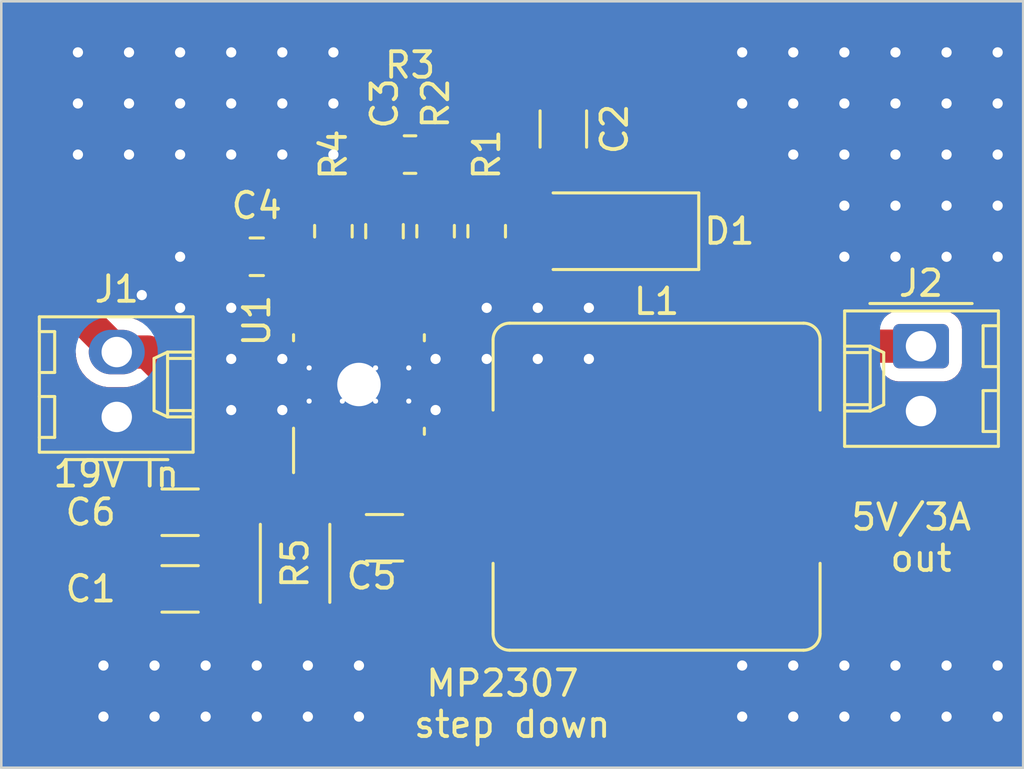
<source format=kicad_pcb>
(kicad_pcb (version 20221018) (generator pcbnew)
  (layers (0 "F.Cu" signal) (31 "B.Cu" signal) (34 "B.Paste" user) (35 "F.Paste" user) (36 "B.SilkS" user "B.Silkscreen") (37 "F.SilkS" user "F.Silkscreen") (38 "B.Mask" user) (39 "F.Mask" user) (44 "Edge.Cuts" user))
  (net 0 "")
  (net 1 "Net-(J1-Pin_2)")
  (net 2 "GND")
  (net 3 "Net-(D1-A)")
  (net 4 "Net-(C3-Pad2)")
  (net 5 "Net-(U1-COMP)")
  (net 6 "Net-(U1-SS)")
  (net 7 "Net-(U1-BS)")
  (net 8 "Net-(U1-SW)")
  (net 9 "Net-(D1-K)")
  (net 10 "Net-(U1-FB)")
  (net 11 "Net-(U1-EN)")
  (footprint "Resistor_SMD:R_2010_5025Metric_Pad1.40x2.65mm_HandSolder" (layer "F.Cu") (at 131.5 27 -90)
    (fp_text reference "R5" (at 0 0 90) (layer "F.SilkS"))
    (fp_text value "0R")
    (fp_line (start -1.527064 -1.36) (end 1.527064 -1.36) (stroke (width 0.12)) (layer "F.SilkS"))
    (fp_line (start -1.527064 1.36) (end 1.527064 1.36) (stroke (width 0.12)) (layer "F.SilkS"))
    (pad "1" smd roundrect (at -2.4 0 270) (size 1.4 2.65) (layers "F.Cu" "F.Paste" "F.Mask") (roundrect_rratio 0.1785707143) (net 7 "Net-(U1-BS)"))
    (pad "2" smd roundrect (at 2.4 0 270) (size 1.4 2.65) (layers "F.Cu" "F.Paste" "F.Mask") (roundrect_rratio 0.1785707143) (net 9 "Net-(D1-K)"))
  )
  (footprint "Capacitor_SMD:C_1206_3216Metric_Pad1.33x1.80mm_HandSolder" (layer "F.Cu") (at 127 25 180)
    (fp_text reference "C6" (at 3.5 0) (layer "F.SilkS"))
    (fp_text value "10u")
    (fp_line (start -0.711252 -0.91) (end 0.711252 -0.91) (stroke (width 0.12)) (layer "F.SilkS"))
    (fp_line (start -0.711252 0.91) (end 0.711252 0.91) (stroke (width 0.12)) (layer "F.SilkS"))
    (pad "1" smd roundrect (at -1.5625 0 180) (size 1.325 1.8) (layers "F.Cu" "F.Paste" "F.Mask") (roundrect_rratio 0.1886792453) (net 1 "Net-(J1-Pin_2)"))
    (pad "2" smd roundrect (at 1.5625 0 180) (size 1.325 1.8) (layers "F.Cu" "F.Paste" "F.Mask") (roundrect_rratio 0.1886792453) (net 2 "GND"))
  )
  (footprint "Capacitor_SMD:C_1206_3216Metric_Pad1.33x1.80mm_HandSolder" (layer "F.Cu") (at 135 26)
    (fp_text reference "C5" (at -0.5 1.5) (layer "F.SilkS"))
    (fp_text value "100n")
    (fp_line (start -0.711252 -0.91) (end 0.711252 -0.91) (stroke (width 0.12)) (layer "F.SilkS"))
    (fp_line (start -0.711252 0.91) (end 0.711252 0.91) (stroke (width 0.12)) (layer "F.SilkS"))
    (pad "1" smd roundrect (at -1.5625 0) (size 1.325 1.8) (layers "F.Cu" "F.Paste" "F.Mask") (roundrect_rratio 0.1886792453) (net 7 "Net-(U1-BS)"))
    (pad "2" smd roundrect (at 1.5625 0) (size 1.325 1.8) (layers "F.Cu" "F.Paste" "F.Mask") (roundrect_rratio 0.1886792453) (net 8 "Net-(U1-SW)"))
  )
  (footprint "Diode_SMD:D_MELF" (layer "F.Cu") (at 144 14 180)
    (fp_text reference "D1" (at -4.5 0) (layer "F.SilkS"))
    (fp_text value "4148")
    (fp_line (start -3.3 -1.5) (end -3.3 1.5) (stroke (width 0.12)) (layer "F.SilkS"))
    (fp_line (start -3.3 1.5) (end 2.4 1.5) (stroke (width 0.12)) (layer "F.SilkS"))
    (fp_line (start 2.4 -1.5) (end -3.3 -1.5) (stroke (width 0.12)) (layer "F.SilkS"))
    (pad "1" smd rect (at -2.4 0 180) (size 1.5 2.7) (layers "F.Cu" "F.Paste" "F.Mask") (net 9 "Net-(D1-K)"))
    (pad "2" smd rect (at 2.4 0 180) (size 1.5 2.7) (layers "F.Cu" "F.Paste" "F.Mask") (net 3 "Net-(D1-A)"))
  )
  (footprint "Resistor_SMD:R_0805_2012Metric_Pad1.20x1.40mm_HandSolder" (layer "F.Cu") (at 133 14 -90)
    (fp_text reference "R4" (at -3 0 90) (layer "F.SilkS"))
    (fp_text value "100k")
    (fp_line (start -0.227064 -0.735) (end 0.227064 -0.735) (stroke (width 0.12)) (layer "F.SilkS"))
    (fp_line (start -0.227064 0.735) (end 0.227064 0.735) (stroke (width 0.12)) (layer "F.SilkS"))
    (pad "1" smd roundrect (at -1 0 270) (size 1.2 1.4) (layers "F.Cu" "F.Paste" "F.Mask") (roundrect_rratio 0.2083333333) (net 1 "Net-(J1-Pin_2)"))
    (pad "2" smd roundrect (at 1 0 270) (size 1.2 1.4) (layers "F.Cu" "F.Paste" "F.Mask") (roundrect_rratio 0.2083333333) (net 11 "Net-(U1-EN)"))
  )
  (footprint "Resistor_SMD:R_0805_2012Metric_Pad1.20x1.40mm_HandSolder" (layer "F.Cu") (at 136 11 180)
    (fp_text reference "R3" (at 0 3.5) (layer "F.SilkS"))
    (fp_text value "6.8k")
    (fp_line (start -0.227064 -0.735) (end 0.227064 -0.735) (stroke (width 0.12)) (layer "F.SilkS"))
    (fp_line (start -0.227064 0.735) (end 0.227064 0.735) (stroke (width 0.12)) (layer "F.SilkS"))
    (pad "1" smd roundrect (at -1 0 180) (size 1.2 1.4) (layers "F.Cu" "F.Paste" "F.Mask") (roundrect_rratio 0.2083333333) (net 2 "GND"))
    (pad "2" smd roundrect (at 1 0 180) (size 1.2 1.4) (layers "F.Cu" "F.Paste" "F.Mask") (roundrect_rratio 0.2083333333) (net 4 "Net-(C3-Pad2)"))
  )
  (footprint "Capacitor_SMD:C_0805_2012Metric_Pad1.18x1.45mm_HandSolder" (layer "F.Cu") (at 130 15 180)
    (fp_text reference "C4" (at 0 2) (layer "F.SilkS"))
    (fp_text value "100n")
    (fp_line (start -0.261252 -0.735) (end 0.261252 -0.735) (stroke (width 0.12)) (layer "F.SilkS"))
    (fp_line (start -0.261252 0.735) (end 0.261252 0.735) (stroke (width 0.12)) (layer "F.SilkS"))
    (pad "1" smd roundrect (at -1.0375 0 180) (size 1.175 1.45) (layers "F.Cu" "F.Paste" "F.Mask") (roundrect_rratio 0.2127659574) (net 6 "Net-(U1-SS)"))
    (pad "2" smd roundrect (at 1.0375 0 180) (size 1.175 1.45) (layers "F.Cu" "F.Paste" "F.Mask") (roundrect_rratio 0.2127659574) (net 2 "GND"))
  )
  (footprint "Inductor_SMD:L_Bourns_SRR1260" (layer "F.Cu") (at 145.65 24)
    (fp_text reference "L1" (at 0 -7.25) (layer "F.SilkS"))
    (fp_text value "10u/4A")
    (fp_line (start -6.4 -5.75) (end -6.4 -3) (stroke (width 0.12)) (layer "F.SilkS"))
    (fp_line (start -6.4 3) (end -6.4 5.75) (stroke (width 0.12)) (layer "F.SilkS"))
    (fp_line (start -5.75 -6.4) (end 5.75 -6.4) (stroke (width 0.12)) (layer "F.SilkS"))
    (fp_line (start 5.75 6.4) (end -5.75 6.4) (stroke (width 0.12)) (layer "F.SilkS"))
    (fp_line (start 6.4 -5.75) (end 6.4 -3) (stroke (width 0.12)) (layer "F.SilkS"))
    (fp_line (start 6.4 3) (end 6.4 5.75) (stroke (width 0.12)) (layer "F.SilkS"))
    (fp_arc (start -6.4 -5.75) (mid -6.209619 -6.209619) (end -5.75 -6.4) (stroke (width 0.12)) (layer "F.SilkS"))
    (fp_arc (start -5.75 6.4) (mid -6.209619 6.209619) (end -6.4 5.75) (stroke (width 0.12)) (layer "F.SilkS"))
    (fp_arc (start 5.75 -6.4) (mid 6.209619 -6.209619) (end 6.4 -5.75) (stroke (width 0.12)) (layer "F.SilkS"))
    (fp_arc (start 6.4 5.75) (mid 6.209619 6.209619) (end 5.75 6.4) (stroke (width 0.12)) (layer "F.SilkS"))
    (pad "1" smd rect (at -4.85 0) (size 2.9 5.4) (layers "F.Cu" "F.Paste" "F.Mask") (net 8 "Net-(U1-SW)"))
    (pad "2" smd rect (at 4.85 0) (size 2.9 5.4) (layers "F.Cu" "F.Paste" "F.Mask") (net 3 "Net-(D1-A)"))
  )
  (footprint "Package_SO:SOIC-8-1EP_3.9x4.9mm_P1.27mm_EP2.95x4.9mm_Mask2.71x3.4mm_ThermalVias" (layer "F.Cu") (at 134 20 90)
    (fp_text reference "U1" (at 2.5 -4 90) (layer "F.SilkS"))
    (fp_text value "MP2307")
    (fp_line (start -1.710584 -2.56) (end -3.45 -2.56) (stroke (width 0.12)) (layer "F.SilkS"))
    (fp_line (start -1.710584 2.56) (end -1.95 2.56) (stroke (width 0.12)) (layer "F.SilkS"))
    (fp_line (start 1.710584 -2.56) (end 1.95 -2.56) (stroke (width 0.12)) (layer "F.SilkS"))
    (fp_line (start 1.710584 2.56) (end 1.95 2.56) (stroke (width 0.12)) (layer "F.SilkS"))
    (pad "1" smd roundrect (at -2.5625 -1.905 90) (size 1.775 0.6) (layers "F.Cu" "F.Paste" "F.Mask") (net 7 "Net-(U1-BS)"))
    (pad "2" smd roundrect (at -2.5625 -0.635 90) (size 1.775 0.6) (layers "F.Cu" "F.Paste" "F.Mask") (net 1 "Net-(J1-Pin_2)"))
    (pad "3" smd roundrect (at -2.5625 0.635 90) (size 1.775 0.6) (layers "F.Cu" "F.Paste" "F.Mask") (net 8 "Net-(U1-SW)"))
    (pad "4" smd roundrect (at -2.5625 1.905 90) (size 1.775 0.6) (layers "F.Cu" "F.Paste" "F.Mask") (net 2 "GND"))
    (pad "5" smd roundrect (at 2.5625 1.905 90) (size 1.775 0.6) (layers "F.Cu" "F.Paste" "F.Mask") (net 10 "Net-(U1-FB)"))
    (pad "6" smd roundrect (at 2.5625 0.635 90) (size 1.775 0.6) (layers "F.Cu" "F.Paste" "F.Mask") (net 5 "Net-(U1-COMP)"))
    (pad "7" smd roundrect (at 2.5625 -0.635 90) (size 1.775 0.6) (layers "F.Cu" "F.Paste" "F.Mask") (net 11 "Net-(U1-EN)"))
    (pad "8" smd roundrect (at 2.5625 -1.905 90) (size 1.775 0.6) (layers "F.Cu" "F.Paste" "F.Mask") (net 6 "Net-(U1-SS)"))
    (pad "9" thru_hole circle (at -0.65 -1.95 90) (size 0.5 0.5) (drill 0.2) (layers "*.Cu") (net 2 "GND"))
    (pad "9" thru_hole circle (at -0.65 -0.65 90) (size 0.5 0.5) (drill 0.2) (layers "*.Cu") (net 2 "GND"))
    (pad "9" thru_hole circle (at -0.65 0.65 90) (size 0.5 0.5) (drill 0.2) (layers "*.Cu") (net 2 "GND"))
    (pad "9" thru_hole circle (at -0.65 1.95 90) (size 0.5 0.5) (drill 0.2) (layers "*.Cu") (net 2 "GND"))
    (pad "9" smd rect (at 0 0 90) (size 1.8 4.4) (layers "B.Cu") (net 2 "GND"))
    (pad "9" thru_hole circle (at 0 0 90) (size 2.5 2.5) (drill 1.7) (layers "*.Cu") (net 2 "GND"))
    (pad "9" smd rect (at 0 0 90) (size 2.95 4.9) (layers "F.Cu") (net 2 "GND"))
    (pad "9" thru_hole circle (at 0.65 -1.95 90) (size 0.5 0.5) (drill 0.2) (layers "*.Cu") (net 2 "GND"))
    (pad "9" thru_hole circle (at 0.65 0.65 90) (size 0.5 0.5) (drill 0.2) (layers "*.Cu") (net 2 "GND"))
    (pad "9" thru_hole circle (at 0.65 1.95 90) (size 0.5 0.5) (drill 0.2) (layers "*.Cu") (net 2 "GND"))
  )
  (footprint "Capacitor_SMD:C_1206_3216Metric_Pad1.33x1.80mm_HandSolder" (layer "F.Cu") (at 127 28 180)
    (fp_text reference "C1" (at 3.5 0) (layer "F.SilkS"))
    (fp_text value "10u")
    (fp_line (start -0.711252 -0.91) (end 0.711252 -0.91) (stroke (width 0.12)) (layer "F.SilkS"))
    (fp_line (start -0.711252 0.91) (end 0.711252 0.91) (stroke (width 0.12)) (layer "F.SilkS"))
    (pad "1" smd roundrect (at -1.5625 0 180) (size 1.325 1.8) (layers "F.Cu" "F.Paste" "F.Mask") (roundrect_rratio 0.1886792453) (net 1 "Net-(J1-Pin_2)"))
    (pad "2" smd roundrect (at 1.5625 0 180) (size 1.325 1.8) (layers "F.Cu" "F.Paste" "F.Mask") (roundrect_rratio 0.1886792453) (net 2 "GND"))
  )
  (footprint "Capacitor_SMD:C_0805_2012Metric_Pad1.18x1.45mm_HandSolder" (layer "F.Cu") (at 135 14 90)
    (fp_text reference "C3" (at 5 0 90) (layer "F.SilkS"))
    (fp_text value "3.9n")
    (fp_line (start -0.261252 -0.735) (end 0.261252 -0.735) (stroke (width 0.12)) (layer "F.SilkS"))
    (fp_line (start -0.261252 0.735) (end 0.261252 0.735) (stroke (width 0.12)) (layer "F.SilkS"))
    (pad "1" smd roundrect (at -1.0375 0 90) (size 1.175 1.45) (layers "F.Cu" "F.Paste" "F.Mask") (roundrect_rratio 0.2127659574) (net 5 "Net-(U1-COMP)"))
    (pad "2" smd roundrect (at 1.0375 0 90) (size 1.175 1.45) (layers "F.Cu" "F.Paste" "F.Mask") (roundrect_rratio 0.2127659574) (net 4 "Net-(C3-Pad2)"))
  )
  (footprint "Resistor_SMD:R_0805_2012Metric_Pad1.20x1.40mm_HandSolder" (layer "F.Cu") (at 139 14 90)
    (fp_text reference "R1" (at 3 0 90) (layer "F.SilkS"))
    (fp_text value "Val")
    (fp_line (start -0.227064 -0.735) (end 0.227064 -0.735) (stroke (width 0.12)) (layer "F.SilkS"))
    (fp_line (start -0.227064 0.735) (end 0.227064 0.735) (stroke (width 0.12)) (layer "F.SilkS"))
    (pad "1" smd roundrect (at -1 0 90) (size 1.2 1.4) (layers "F.Cu" "F.Paste" "F.Mask") (roundrect_rratio 0.2083333333) (net 10 "Net-(U1-FB)"))
    (pad "2" smd roundrect (at 1 0 90) (size 1.2 1.4) (layers "F.Cu" "F.Paste" "F.Mask") (roundrect_rratio 0.2083333333) (net 3 "Net-(D1-A)"))
  )
  (footprint "Connector_Molex:Molex_KK-254_AE-6410-02A_1x02_P2.54mm_Vertical" (layer "F.Cu") (at 156 18.5 -90)
    (fp_text reference "J2" (at -2.46 0 180) (layer "F.SilkS"))
    (fp_text value "Power Out 5V")
    (fp_line (start -1.67 -2) (end -1.67 2) (stroke (width 0.12)) (layer "F.SilkS"))
    (fp_line (start -1.38 -3.03) (end -1.38 2.99) (stroke (width 0.12)) (layer "F.SilkS"))
    (fp_line (start -1.38 2.99) (end 3.92 2.99) (stroke (width 0.12)) (layer "F.SilkS"))
    (fp_line (start -0.8 -3.03) (end -0.8 -2.43) (stroke (width 0.12)) (layer "F.SilkS"))
    (fp_line (start -0.8 -2.43) (end 0.8 -2.43) (stroke (width 0.12)) (layer "F.SilkS"))
    (fp_line (start 0 1.99) (end 0.25 1.46) (stroke (width 0.12)) (layer "F.SilkS"))
    (fp_line (start 0 1.99) (end 2.54 1.99) (stroke (width 0.12)) (layer "F.SilkS"))
    (fp_line (start 0 2.99) (end 0 1.99) (stroke (width 0.12)) (layer "F.SilkS"))
    (fp_line (start 0.25 1.46) (end 2.29 1.46) (stroke (width 0.12)) (layer "F.SilkS"))
    (fp_line (start 0.25 2.99) (end 0.25 1.99) (stroke (width 0.12)) (layer "F.SilkS"))
    (fp_line (start 0.8 -2.43) (end 0.8 -3.03) (stroke (width 0.12)) (layer "F.SilkS"))
    (fp_line (start 1.74 -3.03) (end 1.74 -2.43) (stroke (width 0.12)) (layer "F.SilkS"))
    (fp_line (start 1.74 -2.43) (end 3.34 -2.43) (stroke (width 0.12)) (layer "F.SilkS"))
    (fp_line (start 2.29 1.46) (end 2.54 1.99) (stroke (width 0.12)) (layer "F.SilkS"))
    (fp_line (start 2.29 2.99) (end 2.29 1.99) (stroke (width 0.12)) (layer "F.SilkS"))
    (fp_line (start 2.54 1.99) (end 2.54 2.99) (stroke (width 0.12)) (layer "F.SilkS"))
    (fp_line (start 3.34 -2.43) (end 3.34 -3.03) (stroke (width 0.12)) (layer "F.SilkS"))
    (fp_line (start 3.92 -3.03) (end -1.38 -3.03) (stroke (width 0.12)) (layer "F.SilkS"))
    (fp_line (start 3.92 2.99) (end 3.92 -3.03) (stroke (width 0.12)) (layer "F.SilkS"))
    (pad "1" thru_hole roundrect (at 0 0 270) (size 1.74 2.19) (drill 1.19) (layers "*.Cu" "*.Mask") (roundrect_rratio 0.1436781609) (net 3 "Net-(D1-A)"))
    (pad "2" thru_hole oval (at 2.54 0 270) (size 1.74 2.19) (drill 1.19) (layers "*.Cu" "*.Mask") (net 2 "GND"))
  )
  (footprint "Connector_Molex:Molex_KK-254_AE-6410-02A_1x02_P2.54mm_Vertical" (layer "F.Cu") (at 124.52 21.27 90)
    (fp_text reference locked "J1" (at 5 0 180) (layer "F.SilkS"))
    (fp_text value "Power In 19-25V")
    (fp_line (start -1.67 -2) (end -1.67 2) (stroke (width 0.12)) (layer "F.SilkS"))
    (fp_line (start -1.38 -3.03) (end -1.38 2.99) (stroke (width 0.12)) (layer "F.SilkS"))
    (fp_line (start -1.38 2.99) (end 3.92 2.99) (stroke (width 0.12)) (layer "F.SilkS"))
    (fp_line (start -0.8 -3.03) (end -0.8 -2.43) (stroke (width 0.12)) (layer "F.SilkS"))
    (fp_line (start -0.8 -2.43) (end 0.8 -2.43) (stroke (width 0.12)) (layer "F.SilkS"))
    (fp_line (start 0 1.99) (end 0.25 1.46) (stroke (width 0.12)) (layer "F.SilkS"))
    (fp_line (start 0 1.99) (end 2.54 1.99) (stroke (width 0.12)) (layer "F.SilkS"))
    (fp_line (start 0 2.99) (end 0 1.99) (stroke (width 0.12)) (layer "F.SilkS"))
    (fp_line (start 0.25 1.46) (end 2.29 1.46) (stroke (width 0.12)) (layer "F.SilkS"))
    (fp_line (start 0.25 2.99) (end 0.25 1.99) (stroke (width 0.12)) (layer "F.SilkS"))
    (fp_line (start 0.8 -2.43) (end 0.8 -3.03) (stroke (width 0.12)) (layer "F.SilkS"))
    (fp_line (start 1.74 -3.03) (end 1.74 -2.43) (stroke (width 0.12)) (layer "F.SilkS"))
    (fp_line (start 1.74 -2.43) (end 3.34 -2.43) (stroke (width 0.12)) (layer "F.SilkS"))
    (fp_line (start 2.29 1.46) (end 2.54 1.99) (stroke (width 0.12)) (layer "F.SilkS"))
    (fp_line (start 2.29 2.99) (end 2.29 1.99) (stroke (width 0.12)) (layer "F.SilkS"))
    (fp_line (start 2.54 1.99) (end 2.54 2.99) (stroke (width 0.12)) (layer "F.SilkS"))
    (fp_line (start 3.34 -2.43) (end 3.34 -3.03) (stroke (width 0.12)) (layer "F.SilkS"))
    (fp_line (start 3.92 -3.03) (end -1.38 -3.03) (stroke (width 0.12)) (layer "F.SilkS"))
    (fp_line (start 3.92 2.99) (end 3.92 -3.03) (stroke (width 0.12)) (layer "F.SilkS"))
    (pad "1" thru_hole roundrect (at 0 0 90) (size 1.74 2.19) (drill 1.19) (layers "*.Cu" "*.Mask") (roundrect_rratio 0.1436781609) (net 2 "GND"))
    (pad "2" thru_hole oval (at 2.54 0 90) (size 1.74 2.19) (drill 1.19) (layers "*.Cu" "*.Mask") (net 1 "Net-(J1-Pin_2)"))
  )
  (footprint "Resistor_SMD:R_0805_2012Metric_Pad1.20x1.40mm_HandSolder" (layer "F.Cu") (at 137 14 -90)
    (fp_text reference "R2" (at -5 0 90) (layer "F.SilkS"))
    (fp_text value "10k 1%")
    (fp_line (start -0.227064 -0.735) (end 0.227064 -0.735) (stroke (width 0.12)) (layer "F.SilkS"))
    (fp_line (start -0.227064 0.735) (end 0.227064 0.735) (stroke (width 0.12)) (layer "F.SilkS"))
    (pad "1" smd roundrect (at -1 0 270) (size 1.2 1.4) (layers "F.Cu" "F.Paste" "F.Mask") (roundrect_rratio 0.2083333333) (net 2 "GND"))
    (pad "2" smd roundrect (at 1 0 270) (size 1.2 1.4) (layers "F.Cu" "F.Paste" "F.Mask") (roundrect_rratio 0.2083333333) (net 10 "Net-(U1-FB)"))
  )
  (footprint "Capacitor_SMD:C_1206_3216Metric_Pad1.33x1.80mm_HandSolder" (layer "F.Cu") (at 142 10 90)
    (fp_text reference "C2" (at 0 2 90) (layer "F.SilkS"))
    (fp_text value "22u 12V")
    (fp_line (start -0.711252 -0.91) (end 0.711252 -0.91) (stroke (width 0.12)) (layer "F.SilkS"))
    (fp_line (start -0.711252 0.91) (end 0.711252 0.91) (stroke (width 0.12)) (layer "F.SilkS"))
    (pad "1" smd roundrect (at -1.5625 0 90) (size 1.325 1.8) (layers "F.Cu" "F.Paste" "F.Mask") (roundrect_rratio 0.1886792453) (net 3 "Net-(D1-A)"))
    (pad "2" smd roundrect (at 1.5625 0 90) (size 1.325 1.8) (layers "F.Cu" "F.Paste" "F.Mask") (roundrect_rratio 0.1886792453) (net 2 "GND"))
  )
  (gr_line (start 160 5) (end 120 5) (stroke (width 0.1)) (layer "Edge.Cuts"))
  (gr_line (start 160 35) (end 160 5) (stroke (width 0.1)) (layer "Edge.Cuts"))
  (gr_line (start 120 35) (end 160 35) (stroke (width 0.1)) (layer "Edge.Cuts"))
  (gr_line (start 120 5) (end 120 35) (stroke (width 0.1)) (layer "Edge.Cuts"))
  (gr_text "19V In" (at 124.5 23.5) (layer "F.SilkS") (effects (font (size 1 1))))
  (gr_text "MP2307 \nstep down\n" (at 140 32.5) (layer "F.SilkS") (effects (font (size 1 1))))
  (gr_text "5V/3A \nout" (at 156 26) (layer "F.SilkS") (effects (font (size 1 1))))
  (segment (start 128.5625 23.5625) (end 127.5 22.5) (width 1.3) (layer "F.Cu") (net 1))
  (segment (start 123 16) (end 123 17.21) (width 1.3) (layer "F.Cu") (net 1))
  (segment (start 127.5 20.5) (end 125.73 18.73) (width 1.3) (layer "F.Cu") (net 1))
  (segment (start 133.365 22.5625) (end 133.365 23.335009) (width 0.6) (layer "F.Cu") (net 1))
  (segment (start 133.365 23.335009) (end 135 24.970009) (width 0.6) (layer "F.Cu") (net 1))
  (segment (start 123 17.21) (end 124.52 18.73) (width 1.3) (layer "F.Cu") (net 1))
  (segment (start 125.73 18.73) (end 124.52 18.73) (width 1.3) (layer "F.Cu") (net 1))
  (segment (start 126 13) (end 123 16) (width 1.3) (layer "F.Cu") (net 1))
  (segment (start 128.5625 28) (end 128.5625 25) (width 1.3) (layer "F.Cu") (net 1))
  (segment (start 128.5625 25) (end 128.5625 23.5625) (width 1.3) (layer "F.Cu") (net 1))
  (segment (start 133 13) (end 126 13) (width 1.3) (layer "F.Cu") (net 1))
  (segment (start 135 24.970009) (end 135 27) (width 0.6) (layer "F.Cu") (net 1))
  (segment (start 135 27) (end 134 28) (width 0.6) (layer "F.Cu") (net 1))
  (segment (start 127.5 22.5) (end 127.5 20.5) (width 1.3) (layer "F.Cu") (net 1))
  (segment (start 134 28) (end 128.5625 28) (width 0.6) (layer "F.Cu") (net 1))
  (segment (start 135.905 22.5625) (end 135.905 20.695) (width 0.6) (layer "F.Cu") (net 2))
  (segment (start 135.905 20.695) (end 135.95 20.65) (width 0.6) (layer "F.Cu") (net 2))
  (segment (start 137 13) (end 137 11) (width 1.3) (layer "F.Cu") (net 2))
  (via (at 132 31) (size 0.8) (drill 0.4) (layers "F.Cu" "B.Cu") (net 2))
  (via (at 129 7) (size 0.8) (drill 0.4) (layers "F.Cu" "B.Cu") (net 2))
  (via (at 128 31) (size 0.8) (drill 0.4) (layers "F.Cu" "B.Cu") (net 2))
  (via (at 129 9) (size 0.8) (drill 0.4) (layers "F.Cu" "B.Cu") (net 2))
  (via (at 134 31) (size 0.8) (drill 0.4) (layers "F.Cu" "B.Cu") (net 2))
  (via (at 143 19) (size 0.8) (drill 0.4) (layers "F.Cu" "B.Cu") (net 2))
  (via (at 153 9) (size 0.8) (drill 0.4) (layers "F.Cu" "B.Cu") (net 2))
  (via (at 126 31) (size 0.8) (drill 0.4) (layers "F.Cu" "B.Cu") (net 2))
  (via (at 153 7) (size 0.8) (drill 0.4) (layers "F.Cu" "B.Cu") (net 2))
  (via (at 133 11) (size 0.8) (drill 0.4) (layers "F.Cu" "B.Cu") (net 2))
  (via (at 151 31) (size 0.8) (drill 0.4) (layers "F.Cu" "B.Cu") (net 2))
  (via (at 155 13) (size 0.8) (drill 0.4) (layers "F.Cu" "B.Cu") (net 2))
  (via (at 157 13) (size 0.8) (drill 0.4) (layers "F.Cu" "B.Cu") (net 2))
  (via (at 159 9) (size 0.8) (drill 0.4) (layers "F.Cu" "B.Cu") (net 2))
  (via (at 125 7) (size 0.8) (drill 0.4) (layers "F.Cu" "B.Cu") (net 2))
  (via (at 141 19) (size 0.8) (drill 0.4) (layers "F.Cu" "B.Cu") (net 2))
  (via (at 129 11) (size 0.8) (drill 0.4) (layers "F.Cu" "B.Cu") (net 2))
  (via (at 123 11) (size 0.8) (drill 0.4) (layers "F.Cu" "B.Cu") (net 2))
  (via (at 157 9) (size 0.8) (drill 0.4) (layers "F.Cu" "B.Cu") (net 2))
  (via (at 155 31) (size 0.8) (drill 0.4) (layers "F.Cu" "B.Cu") (net 2))
  (via (at 127 7) (size 0.8) (drill 0.4) (layers "F.Cu" "B.Cu") (net 2))
  (via (at 149 33) (size 0.8) (drill 0.4) (layers "F.Cu" "B.Cu") (net 2))
  (via (at 159 7) (size 0.8) (drill 0.4) (layers "F.Cu" "B.Cu") (net 2))
  (via (at 159 33) (size 0.8) (drill 0.4) (layers "F.Cu" "B.Cu") (net 2))
  (via (at 137 21) (size 0.8) (drill 0.4) (layers "F.Cu" "B.Cu") (net 2))
  (via (at 133 7) (size 0.8) (drill 0.4) (layers "F.Cu" "B.Cu") (net 2))
  (via (at 141 17) (size 0.8) (drill 0.4) (layers "F.Cu" "B.Cu") (net 2))
  (via (at 123 7) (size 0.8) (drill 0.4) (layers "F.Cu" "B.Cu") (net 2))
  (via (at 124 33) (size 0.8) (drill 0.4) (layers "F.Cu" "B.Cu") (net 2))
  (via (at 139 19) (size 0.8) (drill 0.4) (layers "F.Cu" "B.Cu") (net 2))
  (via (at 127 17) (size 0.8) (drill 0.4) (layers "F.Cu" "B.Cu") (net 2))
  (via (at 157 11) (size 0.8) (drill 0.4) (layers "F.Cu" "B.Cu") (net 2))
  (via (at 153 31) (size 0.8) (drill 0.4) (layers "F.Cu" "B.Cu") (net 2))
  (via (at 157 7) (size 0.8) (drill 0.4) (layers "F.Cu" "B.Cu") (net 2))
  (via (at 127 11) (size 0.8) (drill 0.4) (layers "F.Cu" "B.Cu") (net 2))
  (via (at 129 21) (size 0.8) (drill 0.4) (layers "F.Cu" "B.Cu") (net 2))
  (via (at 151 33) (size 0.8) (drill 0.4) (layers "F.Cu" "B.Cu") (net 2))
  (via (at 151 9) (size 0.8) (drill 0.4) (layers "F.Cu" "B.Cu") (net 2))
  (via (at 151 11) (size 0.8) (drill 0.4) (layers "F.Cu" "B.Cu") (net 2))
  (via (at 125 11) (size 0.8) (drill 0.4) (layers "F.Cu" "B.Cu") (net 2))
  (via (at 131 11) (size 0.8) (drill 0.4) (layers "F.Cu" "B.Cu") (net 2))
  (via (at 134 33) (size 0.8) (drill 0.4) (layers "F.Cu" "B.Cu") (net 2))
  (via (at 131 21) (size 0.8) (drill 0.4) (layers "F.Cu" "B.Cu") (net 2))
  (via (at 137 19) (size 0.8) (drill 0.4) (layers "F.Cu" "B.Cu") (net 2))
  (via (at 149 31) (size 0.8) (drill 0.4) (layers "F.Cu" "B.Cu") (net 2))
  (via (at 159 11) (size 0.8) (drill 0.4) (layers "F.Cu" "B.Cu") (net 2))
  (via (at 157 15) (size 0.8) (drill 0.4) (layers "F.Cu" "B.Cu") (net 2))
  (via (at 129 19) (size 0.8) (drill 0.4) (layers "F.Cu" "B.Cu") (net 2))
  (via (at 126 33) (size 0.8) (drill 0.4) (layers "F.Cu" "B.Cu") (net 2))
  (via (at 128 33) (size 0.8) (drill 0.4) (layers "F.Cu" "B.Cu") (net 2))
  (via (at 157 33) (size 0.8) (drill 0.4) (layers "F.Cu" "B.Cu") (net 2))
  (via (at 123 9) (size 0.8) (drill 0.4) (layers "F.Cu" "B.Cu") (net 2))
  (via (at 125 9) (size 0.8) (drill 0.4) (layers "F.Cu" "B.Cu") (net 2))
  (via (at 155 15) (size 0.8) (drill 0.4) (layers "F.Cu" "B.Cu") (net 2))
  (via (at 153 13) (size 0.8) (drill 0.4) (layers "F.Cu" "B.Cu") (net 2))
  (via (at 131 7) (size 0.8) (drill 0.4) (layers "F.Cu" "B.Cu") (net 2))
  (via (at 159 13) (size 0.8) (drill 0.4) (layers "F.Cu" "B.Cu") (net 2))
  (via (at 157 31) (size 0.8) (drill 0.4) (layers "F.Cu" "B.Cu") (net 2))
  (via (at 159 15) (size 0.8) (drill 0.4) (layers "F.Cu" "B.Cu") (net 2))
  (via (at 149 7) (size 0.8) (drill 0.4) (layers "F.Cu" "B.Cu") (net 2))
  (via (at 129 17) (size 0.8) (drill 0.4) (layers "F.Cu" "B.Cu") (net 2))
  (via (at 155 33) (size 0.8) (drill 0.4) (layers "F.Cu" "B.Cu") (net 2))
  (via (at 131 9) (size 0.8) (drill 0.4) (layers "F.Cu" "B.Cu") (net 2))
  (via (at 159 31) (size 0.8) (drill 0.4) (layers "F.Cu" "B.Cu") (net 2))
  (via (at 153 11) (size 0.8) (drill 0.4) (layers "F.Cu" "B.Cu") (net 2))
  (via (at 153 33) (size 0.8) (drill 0.4) (layers "F.Cu" "B.Cu") (net 2))
  (via (at 130 33) (size 0.8) (drill 0.4) (layers "F.Cu" "B.Cu") (net 2))
  (via (at 132 33) (size 0.8) (drill 0.4) (layers "F.Cu" "B.Cu") (net 2))
  (via (at 127 15) (size 0.8) (drill 0.4) (layers "F.Cu" "B.Cu") (net 2))
  (via (at 153 15) (size 0.8) (drill 0.4) (layers "F.Cu" "B.Cu") (net 2))
  (via (at 139 17) (size 0.8) (drill 0.4) (layers "F.Cu" "B.Cu") (net 2))
  (via (at 125.5 16.5) (size 0.8) (drill 0.4) (layers "F.Cu" "B.Cu") (net 2))
  (via (at 155 11) (size 0.8) (drill 0.4) (layers "F.Cu" "B.Cu") (net 2))
  (via (at 149 9) (size 0.8) (drill 0.4) (layers "F.Cu" "B.Cu") (net 2))
  (via (at 131 19) (size 0.8) (drill 0.4) (layers "F.Cu" "B.Cu") (net 2))
  (via (at 133 9) (size 0.8) (drill 0.4) (layers "F.Cu" "B.Cu") (net 2))
  (via (at 151 7) (size 0.8) (drill 0.4) (layers "F.Cu" "B.Cu") (net 2))
  (via (at 124 31) (size 0.8) (drill 0.4) (layers "F.Cu" "B.Cu") (net 2))
  (via (at 143 17) (size 0.8) (drill 0.4) (layers "F.Cu" "B.Cu") (net 2))
  (via (at 130 31) (size 0.8) (drill 0.4) (layers "F.Cu" "B.Cu") (net 2))
  (via (at 127 9) (size 0.8) (drill 0.4) (layers "F.Cu" "B.Cu") (net 2))
  (via (at 155 7) (size 0.8) (drill 0.4) (layers "F.Cu" "B.Cu") (net 2))
  (via (at 155 9) (size 0.8) (drill 0.4) (layers "F.Cu" "B.Cu") (net 2))
  (segment (start 143 11) (end 148 11) (width 1.3) (layer "F.Cu") (net 3))
  (segment (start 150.5 20.5) (end 150.5 24) (width 1.3) (layer "F.Cu") (net 3))
  (segment (start 152.5 18.5) (end 150.5 20.5) (width 1.3) (layer "F.Cu") (net 3))
  (segment (start 139 13) (end 140.6 13) (width 0.6) (layer "F.Cu") (net 3))
  (segment (start 140.6 13) (end 141.6 14) (width 0.6) (layer "F.Cu") (net 3))
  (segment (start 148 11) (end 150.5 13.5) (width 1.3) (layer "F.Cu") (net 3))
  (segment (start 141.6 11.9625) (end 142 11.5625) (width 0.6) (layer "F.Cu") (net 3))
  (segment (start 141.6 14) (end 141.6 12.4) (width 1.3) (layer "F.Cu") (net 3))
  (segment (start 141.6 14) (end 141.6 11.9625) (width 0.6) (layer "F.Cu") (net 3))
  (segment (start 156 18.5) (end 152.5 18.5) (width 1.3) (layer "F.Cu") (net 3))
  (segment (start 141.6 12.4) (end 143 11) (width 1.3) (layer "F.Cu") (net 3))
  (segment (start 150.5 13.5) (end 150.5 20.5) (width 1.3) (layer "F.Cu") (net 3))
  (segment (start 135 11) (end 135 12.9625) (width 0.6) (layer "F.Cu") (net 4))
  (segment (start 134.635 15.4025) (end 135 15.0375) (width 0.6) (layer "F.Cu") (net 5))
  (segment (start 134.635 17.4375) (end 134.635 15.4025) (width 0.6) (layer "F.Cu") (net 5))
  (segment (start 131.0375 16.38) (end 132.095 17.4375) (width 0.6) (layer "F.Cu") (net 6))
  (segment (start 131.0375 15) (end 131.0375 16.38) (width 0.6) (layer "F.Cu") (net 6))
  (segment (start 132.9 26) (end 131.5 24.6) (width 1) (layer "F.Cu") (net 7))
  (segment (start 133.4375 26) (end 132.9 26) (width 1) (layer "F.Cu") (net 7))
  (segment (start 132.095 24.005) (end 131.5 24.6) (width 0.6) (layer "F.Cu") (net 7))
  (segment (start 132.095 22.5625) (end 132.095 24.005) (width 0.6) (layer "F.Cu") (net 7))
  (segment (start 134.635 23.135) (end 136.5625 25.0625) (width 0.6) (layer "F.Cu") (net 8))
  (segment (start 138.5625 24) (end 136.5625 26) (width 1.3) (layer "F.Cu") (net 8))
  (segment (start 140.8 24) (end 138.5625 24) (width 1.3) (layer "F.Cu") (net 8))
  (segment (start 136.5625 25.0625) (end 136.5625 26) (width 0.6) (layer "F.Cu") (net 8))
  (segment (start 134.635 22.5625) (end 134.635 23.135) (width 0.6) (layer "F.Cu") (net 8))
  (segment (start 136.5625 26) (end 137.05 26) (width 0.6) (layer "F.Cu") (net 8))
  (segment (start 146.4 14) (end 145.5 14.9) (width 1.3) (layer "F.Cu") (net 9))
  (segment (start 145.5 14.9) (end 145.5 27) (width 1.3) (layer "F.Cu") (net 9))
  (segment (start 145.5 27) (end 143.1 29.4) (width 1.3) (layer "F.Cu") (net 9))
  (segment (start 143.1 29.4) (end 131.5 29.4) (width 1.3) (layer "F.Cu") (net 9))
  (segment (start 137 15) (end 137 16.3425) (width 0.6) (layer "F.Cu") (net 10))
  (segment (start 137 16.3425) (end 135.905 17.4375) (width 0.6) (layer "F.Cu") (net 10))
  (segment (start 139 15) (end 137 15) (width 1.3) (layer "F.Cu") (net 10))
  (segment (start 133.365 15.365) (end 133 15) (width 0.6) (layer "F.Cu") (net 11))
  (segment (start 133.365 17.4375) (end 133.365 15.365) (width 0.6) (layer "F.Cu") (net 11))
  (zone (net 2) (net_name "GND") (layer "F.Cu") (connect_pads yes (clearance 0.508)) (min_thickness 0.254) (fill yes (thermal_gap 0.508) (thermal_bridge_width 0.508))
    (polygon (pts (xy 160 35) (xy 120 35) (xy 120 5) (xy 160 5)))
  )
  (zone (net 0) (net_name "") (layer "F.Cu") (connect_pads yes (clearance 0)) (min_thickness 0.254)
    (keepout (tracks allowed) (vias allowed) (pads allowed) (copperpour not_allowed) (footprints allowed))
    (fill (thermal_gap 0.508) (thermal_bridge_width 0.508))
    (polygon (pts (xy 151.5 12.5) (xy 151.5 27.5) (xy 148 27.5) (xy 147 30.5) (xy 127 30.5) (xy 127 22) (xy 138 22) (xy 138 20.5) (xy 145 20.5) (xy 145 15.5) (xy 141.5 15.5) (xy 141.8 11.5) (xy 150 11.5)))
  )
  (zone (net 2) (net_name "GND") (layers "F&B.Cu") (connect_pads yes (clearance 0.508)) (min_thickness 0.254) (fill yes (thermal_gap 0.508) (thermal_bridge_width 0.508))
    (polygon (pts (xy 160 35) (xy 120 35) (xy 120 5) (xy 160 5)))
  )
)
</source>
